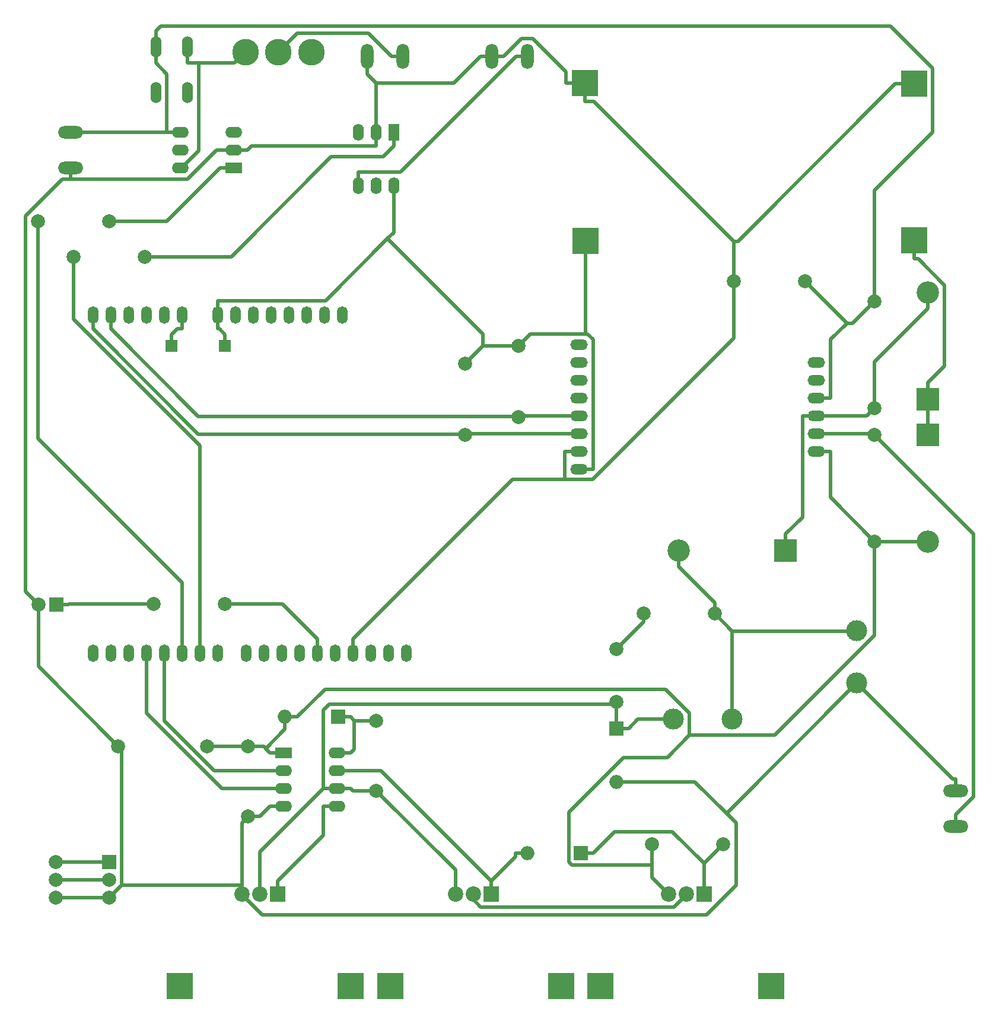
<source format=gbr>
G04 #@! TF.GenerationSoftware,KiCad,Pcbnew,5.0.2-bee76a0~70~ubuntu18.04.1*
G04 #@! TF.CreationDate,2018-12-30T23:51:28-06:00*
G04 #@! TF.ProjectId,MPPT,4d505054-2e6b-4696-9361-645f70636258,rev?*
G04 #@! TF.SameCoordinates,Original*
G04 #@! TF.FileFunction,Copper,L2,Bot*
G04 #@! TF.FilePolarity,Positive*
%FSLAX46Y46*%
G04 Gerber Fmt 4.6, Leading zero omitted, Abs format (unit mm)*
G04 Created by KiCad (PCBNEW 5.0.2-bee76a0~70~ubuntu18.04.1) date Sun 30 Dec 2018 11:51:28 PM CST*
%MOMM*%
%LPD*%
G01*
G04 APERTURE LIST*
G04 #@! TA.AperFunction,ComponentPad*
%ADD10O,1.500000X2.500000*%
G04 #@! TD*
G04 #@! TA.AperFunction,ComponentPad*
%ADD11C,3.000000*%
G04 #@! TD*
G04 #@! TA.AperFunction,ComponentPad*
%ADD12R,3.200000X3.200000*%
G04 #@! TD*
G04 #@! TA.AperFunction,ComponentPad*
%ADD13O,3.200000X3.200000*%
G04 #@! TD*
G04 #@! TA.AperFunction,ComponentPad*
%ADD14R,3.816000X3.816000*%
G04 #@! TD*
G04 #@! TA.AperFunction,ComponentPad*
%ADD15C,2.000000*%
G04 #@! TD*
G04 #@! TA.AperFunction,ComponentPad*
%ADD16R,2.400000X1.600000*%
G04 #@! TD*
G04 #@! TA.AperFunction,ComponentPad*
%ADD17O,2.400000X1.600000*%
G04 #@! TD*
G04 #@! TA.AperFunction,ComponentPad*
%ADD18R,1.600000X2.400000*%
G04 #@! TD*
G04 #@! TA.AperFunction,ComponentPad*
%ADD19O,1.600000X2.400000*%
G04 #@! TD*
G04 #@! TA.AperFunction,ComponentPad*
%ADD20R,3.810000X3.810000*%
G04 #@! TD*
G04 #@! TA.AperFunction,ComponentPad*
%ADD21O,1.524000X3.048000*%
G04 #@! TD*
G04 #@! TA.AperFunction,ComponentPad*
%ADD22O,3.581400X1.790700*%
G04 #@! TD*
G04 #@! TA.AperFunction,ComponentPad*
%ADD23O,1.790700X3.581400*%
G04 #@! TD*
G04 #@! TA.AperFunction,ComponentPad*
%ADD24C,3.810000*%
G04 #@! TD*
G04 #@! TA.AperFunction,ComponentPad*
%ADD25R,1.700000X1.700000*%
G04 #@! TD*
G04 #@! TA.AperFunction,ComponentPad*
%ADD26O,2.500000X1.500000*%
G04 #@! TD*
G04 #@! TA.AperFunction,ComponentPad*
%ADD27O,2.000000X2.000000*%
G04 #@! TD*
G04 #@! TA.AperFunction,ComponentPad*
%ADD28R,2.000000X2.000000*%
G04 #@! TD*
G04 #@! TA.AperFunction,ComponentPad*
%ADD29R,2.200000X2.200000*%
G04 #@! TD*
G04 #@! TA.AperFunction,ComponentPad*
%ADD30C,2.200000*%
G04 #@! TD*
G04 #@! TA.AperFunction,Conductor*
%ADD31C,0.500000*%
G04 #@! TD*
G04 APERTURE END LIST*
D10*
G04 #@! TO.P,A1,32*
G04 #@! TO.N,Net-(A1-Pad32)*
X58905999Y-94672669D03*
G04 #@! TO.P,A1,31*
G04 #@! TO.N,Net-(A1-Pad31)*
X56365999Y-94672669D03*
G04 #@! TO.P,A1,1*
G04 #@! TO.N,Net-(A1-Pad1)*
X49765999Y-46412669D03*
G04 #@! TO.P,A1,17*
G04 #@! TO.N,Net-(A1-Pad17)*
X19285999Y-94672669D03*
G04 #@! TO.P,A1,2*
G04 #@! TO.N,Net-(A1-Pad2)*
X47225999Y-46412669D03*
G04 #@! TO.P,A1,18*
G04 #@! TO.N,Net-(A1-Pad18)*
X21825999Y-94672669D03*
G04 #@! TO.P,A1,3*
G04 #@! TO.N,Net-(A1-Pad3)*
X44685999Y-46412669D03*
G04 #@! TO.P,A1,19*
G04 #@! TO.N,Net-(A1-Pad19)*
X24365999Y-94672669D03*
G04 #@! TO.P,A1,4*
G04 #@! TO.N,Net-(A1-Pad4)*
X42145999Y-46412669D03*
G04 #@! TO.P,A1,20*
G04 #@! TO.N,Net-(A1-Pad20)*
X26905999Y-94672669D03*
G04 #@! TO.P,A1,5*
G04 #@! TO.N,Net-(A1-Pad5)*
X39605999Y-46412669D03*
G04 #@! TO.P,A1,21*
G04 #@! TO.N,Net-(A1-Pad21)*
X29445999Y-94672669D03*
G04 #@! TO.P,A1,6*
G04 #@! TO.N,Net-(A1-Pad6)*
X37065999Y-46412669D03*
G04 #@! TO.P,A1,22*
G04 #@! TO.N,Net-(A1-Pad22)*
X31985999Y-94672669D03*
G04 #@! TO.P,A1,7*
G04 #@! TO.N,Net-(A1-Pad7)*
X34525999Y-46412669D03*
G04 #@! TO.P,A1,23*
G04 #@! TO.N,Net-(A1-Pad23)*
X36045999Y-94672669D03*
G04 #@! TO.P,A1,8*
G04 #@! TO.N,+5V*
X31985999Y-46412669D03*
G04 #@! TO.P,A1,24*
G04 #@! TO.N,Net-(A1-Pad24)*
X38585999Y-94672669D03*
G04 #@! TO.P,A1,9*
G04 #@! TO.N,Net-(A1-Pad9)*
X26905999Y-46412669D03*
G04 #@! TO.P,A1,25*
G04 #@! TO.N,Net-(A1-Pad25)*
X41125999Y-94672669D03*
G04 #@! TO.P,A1,10*
G04 #@! TO.N,Net-(A1-Pad10)*
X24365999Y-46412669D03*
G04 #@! TO.P,A1,26*
G04 #@! TO.N,Net-(A1-Pad26)*
X43665999Y-94672669D03*
G04 #@! TO.P,A1,11*
G04 #@! TO.N,Net-(A1-Pad11)*
X21825999Y-46412669D03*
G04 #@! TO.P,A1,27*
G04 #@! TO.N,Net-(A1-Pad27)*
X46205999Y-94672669D03*
G04 #@! TO.P,A1,12*
G04 #@! TO.N,Net-(A1-Pad12)*
X19285999Y-46412669D03*
G04 #@! TO.P,A1,28*
G04 #@! TO.N,Net-(A1-Pad28)*
X48745999Y-94672669D03*
G04 #@! TO.P,A1,13*
G04 #@! TO.N,Net-(A1-Pad13)*
X16745999Y-46412669D03*
G04 #@! TO.P,A1,29*
G04 #@! TO.N,GND*
X51285999Y-94672669D03*
G04 #@! TO.P,A1,14*
G04 #@! TO.N,Net-(A1-Pad14)*
X14205999Y-46412669D03*
G04 #@! TO.P,A1,30*
G04 #@! TO.N,Net-(A1-Pad30)*
X53825999Y-94672669D03*
G04 #@! TO.P,A1,15*
G04 #@! TO.N,Net-(A1-Pad15)*
X14205999Y-94672669D03*
G04 #@! TO.P,A1,16*
G04 #@! TO.N,Net-(A1-Pad16)*
X16745999Y-94672669D03*
G04 #@! TD*
D11*
G04 #@! TO.P,C5,2*
G04 #@! TO.N,GND*
X123190000Y-98940000D03*
G04 #@! TO.P,C5,1*
G04 #@! TO.N,Net-(C5-Pad1)*
X123190000Y-91440000D03*
G04 #@! TD*
D12*
G04 #@! TO.P,D4,1*
G04 #@! TO.N,Net-(D4-Pad1)*
X113030000Y-80010000D03*
D13*
G04 #@! TO.P,D4,2*
G04 #@! TO.N,Net-(C5-Pad1)*
X97790000Y-80010000D03*
G04 #@! TD*
D14*
G04 #@! TO.P,HS1,P$1*
G04 #@! TO.N,N/C*
X56571000Y-142217000D03*
G04 #@! TO.P,HS1,P$2*
X80955000Y-142217000D03*
G04 #@! TD*
G04 #@! TO.P,HS2,P$2*
G04 #@! TO.N,N/C*
X50955000Y-142217000D03*
G04 #@! TO.P,HS2,P$1*
X26571000Y-142217000D03*
G04 #@! TD*
G04 #@! TO.P,HS3,P$2*
G04 #@! TO.N,N/C*
X110955000Y-142217000D03*
G04 #@! TO.P,HS3,P$1*
X86571000Y-142217000D03*
G04 #@! TD*
D15*
G04 #@! TO.P,R1,2*
G04 #@! TO.N,Net-(D2-Pad1)*
X104140000Y-121920000D03*
G04 #@! TO.P,R1,1*
G04 #@! TO.N,Net-(C1-Pad1)*
X93980000Y-121920000D03*
G04 #@! TD*
G04 #@! TO.P,R2,1*
G04 #@! TO.N,Net-(A1-Pad14)*
X67310000Y-63500000D03*
G04 #@! TO.P,R2,2*
G04 #@! TO.N,+5V*
X67310000Y-53340000D03*
G04 #@! TD*
G04 #@! TO.P,R3,2*
G04 #@! TO.N,+5V*
X74930000Y-50800000D03*
G04 #@! TO.P,R3,1*
G04 #@! TO.N,Net-(A1-Pad13)*
X74930000Y-60960000D03*
G04 #@! TD*
G04 #@! TO.P,R4,1*
G04 #@! TO.N,Net-(C5-Pad1)*
X102931000Y-89027000D03*
G04 #@! TO.P,R4,2*
G04 #@! TO.N,Net-(C4-Pad2)*
X92771000Y-89027000D03*
G04 #@! TD*
D16*
G04 #@! TO.P,U1,1*
G04 #@! TO.N,Net-(C1-Pad1)*
X41400400Y-108910000D03*
D17*
G04 #@! TO.P,U1,5*
G04 #@! TO.N,Net-(Q3-Pad1)*
X49020400Y-116530000D03*
G04 #@! TO.P,U1,2*
G04 #@! TO.N,Net-(A1-Pad19)*
X41400400Y-111450000D03*
G04 #@! TO.P,U1,6*
G04 #@! TO.N,Net-(C3-Pad1)*
X49020400Y-113990000D03*
G04 #@! TO.P,U1,3*
G04 #@! TO.N,Net-(A1-Pad18)*
X41400400Y-113990000D03*
G04 #@! TO.P,U1,7*
G04 #@! TO.N,Net-(D2-Pad2)*
X49020400Y-111450000D03*
G04 #@! TO.P,U1,4*
G04 #@! TO.N,GND*
X41400400Y-116530000D03*
G04 #@! TO.P,U1,8*
G04 #@! TO.N,Net-(C3-Pad2)*
X49020400Y-108910000D03*
G04 #@! TD*
D15*
G04 #@! TO.P,R6,1*
G04 #@! TO.N,Net-(C1-Pad1)*
X125730000Y-78740000D03*
G04 #@! TO.P,R6,2*
G04 #@! TO.N,Net-(R6-Pad2)*
X125730000Y-63500000D03*
G04 #@! TD*
G04 #@! TO.P,R7,2*
G04 #@! TO.N,Net-(IC1-Pad4)*
X125730000Y-44450000D03*
G04 #@! TO.P,R7,1*
G04 #@! TO.N,Net-(D4-Pad1)*
X125730000Y-59690000D03*
G04 #@! TD*
G04 #@! TO.P,R8,2*
G04 #@! TO.N,Net-(J4-Pad1)*
X22860000Y-87630000D03*
G04 #@! TO.P,R8,1*
G04 #@! TO.N,Net-(A1-Pad27)*
X33020000Y-87630000D03*
G04 #@! TD*
G04 #@! TO.P,R9,1*
G04 #@! TO.N,GND*
X105613000Y-41605200D03*
G04 #@! TO.P,R9,2*
G04 #@! TO.N,Net-(IC1-Pad4)*
X115773000Y-41605200D03*
G04 #@! TD*
G04 #@! TO.P,R10,2*
G04 #@! TO.N,Net-(IC2-Pad1)*
X21590000Y-38100000D03*
G04 #@! TO.P,R10,1*
G04 #@! TO.N,Net-(A1-Pad21)*
X11430000Y-38100000D03*
G04 #@! TD*
D17*
G04 #@! TO.P,IC1,6*
G04 #@! TO.N,Net-(IC1-Pad6)*
X26670000Y-25400000D03*
G04 #@! TO.P,IC1,3*
G04 #@! TO.N,Net-(IC1-Pad3)*
X34290000Y-20320000D03*
G04 #@! TO.P,IC1,5*
G04 #@! TO.N,Net-(IC1-Pad5)*
X26670000Y-22860000D03*
G04 #@! TO.P,IC1,2*
G04 #@! TO.N,GND*
X34290000Y-22860000D03*
G04 #@! TO.P,IC1,4*
G04 #@! TO.N,Net-(IC1-Pad4)*
X26670000Y-20320000D03*
D16*
G04 #@! TO.P,IC1,1*
G04 #@! TO.N,Net-(IC1-Pad1)*
X34290000Y-25400000D03*
G04 #@! TD*
D18*
G04 #@! TO.P,IC2,1*
G04 #@! TO.N,Net-(IC2-Pad1)*
X57150000Y-20320000D03*
D19*
G04 #@! TO.P,IC2,4*
G04 #@! TO.N,Net-(IC2-Pad4)*
X52070000Y-27940000D03*
G04 #@! TO.P,IC2,2*
G04 #@! TO.N,GND*
X54610000Y-20320000D03*
G04 #@! TO.P,IC2,5*
G04 #@! TO.N,Net-(IC2-Pad5)*
X54610000Y-27940000D03*
G04 #@! TO.P,IC2,3*
G04 #@! TO.N,Net-(IC2-Pad3)*
X52070000Y-20320000D03*
G04 #@! TO.P,IC2,6*
G04 #@! TO.N,+5V*
X57150000Y-27940000D03*
G04 #@! TD*
D15*
G04 #@! TO.P,R5,1*
G04 #@! TO.N,Net-(A1-Pad20)*
X6350000Y-33020000D03*
G04 #@! TO.P,R5,2*
G04 #@! TO.N,Net-(IC1-Pad1)*
X16510000Y-33020000D03*
G04 #@! TD*
D20*
G04 #@! TO.P,U2,GND_OUT*
G04 #@! TO.N,GND*
X84350000Y-13330000D03*
G04 #@! TO.P,U2,OUT*
G04 #@! TO.N,+5V*
X84450000Y-35830000D03*
G04 #@! TO.P,U2,IN*
G04 #@! TO.N,Net-(D6-Pad1)*
X131350000Y-35730000D03*
G04 #@! TO.P,U2,GND_IN*
G04 #@! TO.N,GND*
X131350000Y-13430000D03*
G04 #@! TD*
D21*
G04 #@! TO.P,S1,1*
G04 #@! TO.N,Net-(S1-Pad1)*
X23139400Y-14681200D03*
G04 #@! TO.P,S1,3*
G04 #@! TO.N,Net-(S1-Pad3)*
X27660600Y-14681200D03*
G04 #@! TO.P,S1,2*
G04 #@! TO.N,Net-(IC1-Pad4)*
X23139400Y-8178800D03*
G04 #@! TO.P,S1,4*
G04 #@! TO.N,Net-(IC1-Pad6)*
X27660600Y-8178800D03*
G04 #@! TD*
D22*
G04 #@! TO.P,U3,2*
G04 #@! TO.N,Net-(R6-Pad2)*
X137287000Y-119380000D03*
G04 #@! TO.P,U3,1*
G04 #@! TO.N,GND*
X137287000Y-114300000D03*
G04 #@! TD*
D12*
G04 #@! TO.P,D6,1*
G04 #@! TO.N,Net-(D6-Pad1)*
X133350000Y-58420000D03*
D13*
G04 #@! TO.P,D6,2*
G04 #@! TO.N,Net-(D4-Pad1)*
X133350000Y-43180000D03*
G04 #@! TD*
G04 #@! TO.P,D7,2*
G04 #@! TO.N,Net-(C1-Pad1)*
X133350000Y-78740000D03*
D12*
G04 #@! TO.P,D7,1*
G04 #@! TO.N,Net-(D6-Pad1)*
X133350000Y-63500000D03*
G04 #@! TD*
D23*
G04 #@! TO.P,U4,1*
G04 #@! TO.N,GND*
X53340000Y-9525000D03*
G04 #@! TO.P,U4,2*
G04 #@! TO.N,Net-(SW1-Pad2)*
X58420000Y-9525000D03*
G04 #@! TD*
D22*
G04 #@! TO.P,U5,2*
G04 #@! TO.N,Net-(IC1-Pad4)*
X10947400Y-20320000D03*
G04 #@! TO.P,U5,1*
G04 #@! TO.N,GND*
X10947400Y-25400000D03*
G04 #@! TD*
D23*
G04 #@! TO.P,U6,2*
G04 #@! TO.N,Net-(IC2-Pad4)*
X76200000Y-9525000D03*
G04 #@! TO.P,U6,1*
G04 #@! TO.N,GND*
X71120000Y-9525000D03*
G04 #@! TD*
D24*
G04 #@! TO.P,SW1,1*
G04 #@! TO.N,Net-(IC1-Pad6)*
X35941000Y-8890000D03*
G04 #@! TO.P,SW1,2*
G04 #@! TO.N,Net-(SW1-Pad2)*
X40640000Y-8890000D03*
G04 #@! TO.P,SW1,3*
G04 #@! TO.N,Net-(SW1-Pad3)*
X45339000Y-8890000D03*
G04 #@! TD*
D25*
G04 #@! TO.P,J1,1*
G04 #@! TO.N,Net-(A1-Pad9)*
X25400000Y-50800000D03*
G04 #@! TD*
G04 #@! TO.P,J2,1*
G04 #@! TO.N,+5V*
X33020000Y-50800000D03*
G04 #@! TD*
D26*
G04 #@! TO.P,X2,1*
G04 #@! TO.N,+5V*
X83529000Y-68406600D03*
G04 #@! TO.P,X2,2*
G04 #@! TO.N,GND*
X83529000Y-65866600D03*
G04 #@! TO.P,X2,3*
G04 #@! TO.N,Net-(A1-Pad14)*
X83529000Y-63326600D03*
G04 #@! TO.P,X2,4*
G04 #@! TO.N,Net-(A1-Pad13)*
X83529000Y-60786600D03*
G04 #@! TO.P,X2,5*
G04 #@! TO.N,Net-(X2-Pad5)*
X83529000Y-58246600D03*
G04 #@! TO.P,X2,6*
G04 #@! TO.N,Net-(X2-Pad6)*
X83529000Y-55706600D03*
G04 #@! TO.P,X2,7*
G04 #@! TO.N,Net-(X2-Pad7)*
X83529000Y-53166600D03*
G04 #@! TO.P,X2,8*
G04 #@! TO.N,Net-(X2-Pad8)*
X83529000Y-50626600D03*
G04 #@! TO.P,X2,9*
G04 #@! TO.N,Net-(C1-Pad1)*
X117429000Y-65866600D03*
G04 #@! TO.P,X2,10*
G04 #@! TO.N,Net-(R6-Pad2)*
X117429000Y-63326600D03*
G04 #@! TO.P,X2,11*
G04 #@! TO.N,Net-(D4-Pad1)*
X117429000Y-60786600D03*
G04 #@! TO.P,X2,12*
G04 #@! TO.N,Net-(IC1-Pad4)*
X117429000Y-58246600D03*
G04 #@! TO.P,X2,13*
G04 #@! TO.N,Net-(X2-Pad13)*
X117429000Y-55706600D03*
G04 #@! TO.P,X2,14*
G04 #@! TO.N,Net-(X2-Pad14)*
X117429000Y-53166600D03*
G04 #@! TD*
D27*
G04 #@! TO.P,D2,2*
G04 #@! TO.N,Net-(D2-Pad2)*
X76200000Y-123190000D03*
D28*
G04 #@! TO.P,D2,1*
G04 #@! TO.N,Net-(D2-Pad1)*
X83820000Y-123190000D03*
G04 #@! TD*
G04 #@! TO.P,D3,1*
G04 #@! TO.N,Net-(C3-Pad1)*
X88900000Y-105410000D03*
D27*
G04 #@! TO.P,D3,2*
G04 #@! TO.N,GND*
X88900000Y-113030000D03*
G04 #@! TD*
D11*
G04 #@! TO.P,L1,1*
G04 #@! TO.N,Net-(C5-Pad1)*
X105419000Y-104115000D03*
G04 #@! TO.P,L1,2*
G04 #@! TO.N,Net-(C3-Pad1)*
X97019000Y-104115000D03*
G04 #@! TD*
D15*
G04 #@! TO.P,C1,1*
G04 #@! TO.N,Net-(C1-Pad1)*
X30480000Y-107950000D03*
G04 #@! TO.P,C1,2*
G04 #@! TO.N,GND*
X17780000Y-107950000D03*
G04 #@! TD*
D28*
G04 #@! TO.P,D1,1*
G04 #@! TO.N,Net-(C3-Pad2)*
X49184200Y-103784000D03*
D27*
G04 #@! TO.P,D1,2*
G04 #@! TO.N,Net-(C1-Pad1)*
X41564200Y-103784000D03*
G04 #@! TD*
D28*
G04 #@! TO.P,J4,1*
G04 #@! TO.N,Net-(J4-Pad1)*
X8915400Y-87706200D03*
D15*
G04 #@! TO.P,J4,2*
G04 #@! TO.N,GND*
X6375400Y-87706200D03*
G04 #@! TD*
G04 #@! TO.P,C2,1*
G04 #@! TO.N,Net-(C1-Pad1)*
X36306400Y-108001000D03*
G04 #@! TO.P,C2,2*
G04 #@! TO.N,GND*
X36306400Y-118001000D03*
G04 #@! TD*
G04 #@! TO.P,C3,2*
G04 #@! TO.N,Net-(C3-Pad2)*
X54610000Y-104300000D03*
G04 #@! TO.P,C3,1*
G04 #@! TO.N,Net-(C3-Pad1)*
X54610000Y-114300000D03*
G04 #@! TD*
D28*
G04 #@! TO.P,J3,1*
G04 #@! TO.N,Net-(J3-Pad1)*
X16510000Y-124460000D03*
D15*
G04 #@! TO.P,J3,2*
G04 #@! TO.N,Net-(J3-Pad2)*
X16510000Y-127000000D03*
G04 #@! TO.P,J3,3*
G04 #@! TO.N,GND*
X16510000Y-129540000D03*
G04 #@! TD*
G04 #@! TO.P,RV1,1*
G04 #@! TO.N,Net-(J3-Pad1)*
X8890000Y-124460000D03*
G04 #@! TO.P,RV1,2*
G04 #@! TO.N,Net-(J3-Pad2)*
X8890000Y-127000000D03*
G04 #@! TO.P,RV1,3*
G04 #@! TO.N,GND*
X8890000Y-129540000D03*
G04 #@! TD*
D29*
G04 #@! TO.P,Q1,1*
G04 #@! TO.N,Net-(D2-Pad1)*
X101384000Y-129057000D03*
D30*
G04 #@! TO.P,Q1,2*
G04 #@! TO.N,Net-(Q1-Pad2)*
X98844000Y-129057000D03*
G04 #@! TO.P,Q1,3*
G04 #@! TO.N,Net-(C1-Pad1)*
X96304000Y-129057000D03*
G04 #@! TD*
G04 #@! TO.P,Q2,3*
G04 #@! TO.N,Net-(C3-Pad1)*
X65913000Y-129057000D03*
G04 #@! TO.P,Q2,2*
G04 #@! TO.N,Net-(Q1-Pad2)*
X68453000Y-129057000D03*
D29*
G04 #@! TO.P,Q2,1*
G04 #@! TO.N,Net-(D2-Pad2)*
X70993000Y-129057000D03*
G04 #@! TD*
G04 #@! TO.P,Q3,1*
G04 #@! TO.N,Net-(Q3-Pad1)*
X40513000Y-129057000D03*
D30*
G04 #@! TO.P,Q3,2*
G04 #@! TO.N,Net-(C3-Pad1)*
X37973000Y-129057000D03*
G04 #@! TO.P,Q3,3*
G04 #@! TO.N,GND*
X35433000Y-129057000D03*
G04 #@! TD*
D15*
G04 #@! TO.P,C4,1*
G04 #@! TO.N,Net-(C3-Pad1)*
X88900000Y-101600000D03*
G04 #@! TO.P,C4,2*
G04 #@! TO.N,Net-(C4-Pad2)*
X88900000Y-94100000D03*
G04 #@! TD*
D31*
G04 #@! TO.N,Net-(C1-Pad1)*
X93980000Y-124940300D02*
X93980000Y-121920000D01*
X96304000Y-129057000D02*
X93980000Y-126733000D01*
X93980000Y-126733000D02*
X93980000Y-124940300D01*
X93980000Y-124940300D02*
X82495300Y-124940300D01*
X82495300Y-124940300D02*
X82069700Y-124514700D01*
X82069700Y-124514700D02*
X82069700Y-117354500D01*
X82069700Y-117354500D02*
X89873000Y-109551200D01*
X89873000Y-109551200D02*
X96121100Y-109551200D01*
X96121100Y-109551200D02*
X99307100Y-106365200D01*
X99307100Y-106365200D02*
X99326800Y-106384900D01*
X99326800Y-106384900D02*
X111476200Y-106384900D01*
X111476200Y-106384900D02*
X125730000Y-92131100D01*
X125730000Y-92131100D02*
X125730000Y-78740000D01*
X43314500Y-103784000D02*
X47286300Y-99812200D01*
X47286300Y-99812200D02*
X95899000Y-99812200D01*
X95899000Y-99812200D02*
X99307100Y-103220300D01*
X99307100Y-103220300D02*
X99307100Y-106365200D01*
X41564200Y-103784000D02*
X43314500Y-103784000D01*
X125730000Y-78740000D02*
X130999700Y-78740000D01*
X41564200Y-103784000D02*
X41564200Y-105534300D01*
X133350000Y-78740000D02*
X130999700Y-78740000D01*
X38819300Y-108279200D02*
X39450100Y-108910000D01*
X36306400Y-108001000D02*
X38541100Y-108001000D01*
X38541100Y-108001000D02*
X38819300Y-108279200D01*
X38819300Y-108279200D02*
X41564200Y-105534300D01*
X117429000Y-65866600D02*
X119429300Y-65866600D01*
X119429300Y-65866600D02*
X119429300Y-72439300D01*
X119429300Y-72439300D02*
X125730000Y-78740000D01*
X41400400Y-108910000D02*
X39450100Y-108910000D01*
X30480000Y-107950000D02*
X30531000Y-108001000D01*
X30531000Y-108001000D02*
X36306400Y-108001000D01*
G04 #@! TO.N,GND*
X36306400Y-118001000D02*
X37979100Y-118001000D01*
X37979100Y-118001000D02*
X39450100Y-116530000D01*
X35433000Y-127789600D02*
X35433000Y-118874400D01*
X35433000Y-118874400D02*
X36306400Y-118001000D01*
X41400400Y-116530000D02*
X39450100Y-116530000D01*
X81528700Y-69908100D02*
X74050300Y-69908100D01*
X74050300Y-69908100D02*
X51286000Y-92672400D01*
X105613000Y-41605200D02*
X105613000Y-49751500D01*
X105613000Y-49751500D02*
X85456400Y-69908100D01*
X85456400Y-69908100D02*
X81528700Y-69908100D01*
X81528700Y-69908100D02*
X81528700Y-65866600D01*
X51286000Y-94672700D02*
X51286000Y-92672400D01*
X105613000Y-35920600D02*
X105613000Y-41605200D01*
X83529000Y-65866600D02*
X81528700Y-65866600D01*
X54610000Y-13336100D02*
X53340000Y-12066100D01*
X54610000Y-20320000D02*
X54610000Y-13336100D01*
X54610000Y-13336100D02*
X65663200Y-13336100D01*
X65663200Y-13336100D02*
X69474300Y-9525000D01*
X71120000Y-9525000D02*
X69474300Y-9525000D01*
X84350000Y-13330000D02*
X81694700Y-13330000D01*
X71120000Y-9525000D02*
X72765700Y-9525000D01*
X72765700Y-9525000D02*
X75356800Y-6933900D01*
X75356800Y-6933900D02*
X76898800Y-6933900D01*
X76898800Y-6933900D02*
X81694700Y-11729800D01*
X81694700Y-11729800D02*
X81694700Y-13330000D01*
X53340000Y-9525000D02*
X53340000Y-12066100D01*
X54610000Y-20647400D02*
X54610000Y-20320000D01*
X54610000Y-20647400D02*
X54610000Y-22270300D01*
X17780000Y-107950000D02*
X6375400Y-96545400D01*
X6375400Y-96545400D02*
X6375400Y-87706200D01*
X17780000Y-107950000D02*
X18260400Y-108430400D01*
X18260400Y-108430400D02*
X18260400Y-127789600D01*
X16510000Y-129540000D02*
X8890000Y-129540000D01*
X18260400Y-127789600D02*
X16510000Y-129540000D01*
X84350000Y-13330000D02*
X84350000Y-15985300D01*
X84350000Y-15985300D02*
X85677700Y-15985300D01*
X85677700Y-15985300D02*
X105613000Y-35920600D01*
X104576900Y-117553100D02*
X123190000Y-98940000D01*
X88900000Y-113030000D02*
X100053800Y-113030000D01*
X100053800Y-113030000D02*
X104576900Y-117553100D01*
X35433000Y-129057000D02*
X35433000Y-129133900D01*
X35433000Y-129133900D02*
X38283600Y-131984500D01*
X38283600Y-131984500D02*
X101754100Y-131984500D01*
X101754100Y-131984500D02*
X105930600Y-127808000D01*
X105930600Y-127808000D02*
X105930600Y-118906800D01*
X105930600Y-118906800D02*
X104576900Y-117553100D01*
X35433000Y-127789600D02*
X35433000Y-129057000D01*
X131350000Y-13430000D02*
X128694700Y-13430000D01*
X128694700Y-13430000D02*
X106204100Y-35920600D01*
X106204100Y-35920600D02*
X105613000Y-35920600D01*
X18260400Y-127789600D02*
X35433000Y-127789600D01*
X6375400Y-87706200D02*
X4547200Y-85878000D01*
X4547200Y-85878000D02*
X4547200Y-32296600D01*
X4547200Y-32296600D02*
X9798100Y-27045700D01*
X9798100Y-27045700D02*
X10947400Y-27045700D01*
X34290000Y-22860000D02*
X36240300Y-22860000D01*
X54610000Y-22270300D02*
X36830000Y-22270300D01*
X36830000Y-22270300D02*
X36240300Y-22860000D01*
X10947400Y-27045700D02*
X27616900Y-27045700D01*
X27616900Y-27045700D02*
X31802600Y-22860000D01*
X31802600Y-22860000D02*
X34290000Y-22860000D01*
X137287000Y-112654300D02*
X136904300Y-112654300D01*
X136904300Y-112654300D02*
X123190000Y-98940000D01*
X137287000Y-114300000D02*
X137287000Y-112654300D01*
X10947400Y-25400000D02*
X10947400Y-27045700D01*
G04 #@! TO.N,Net-(C3-Pad1)*
X88900000Y-102008100D02*
X88900000Y-101600000D01*
X88900000Y-105410000D02*
X88900000Y-102008100D01*
X88900000Y-102008100D02*
X47899000Y-102008100D01*
X47899000Y-102008100D02*
X47070100Y-102837000D01*
X47070100Y-102837000D02*
X47070100Y-113990000D01*
X49020400Y-113990000D02*
X47070100Y-113990000D01*
X47070100Y-113990000D02*
X37973000Y-123087100D01*
X37973000Y-123087100D02*
X37973000Y-129057000D01*
X49347900Y-113990000D02*
X49020400Y-113990000D01*
X49347900Y-113990000D02*
X50970700Y-113990000D01*
X54610000Y-114300000D02*
X65913000Y-125603000D01*
X65913000Y-125603000D02*
X65913000Y-129057000D01*
X88900000Y-105410000D02*
X90650300Y-105410000D01*
X97019000Y-104115000D02*
X91945300Y-104115000D01*
X91945300Y-104115000D02*
X90650300Y-105410000D01*
X54610000Y-114300000D02*
X51280700Y-114300000D01*
X51280700Y-114300000D02*
X50970700Y-113990000D01*
G04 #@! TO.N,Net-(C3-Pad2)*
X51450500Y-104300000D02*
X50934500Y-103784000D01*
X54610000Y-104300000D02*
X51450500Y-104300000D01*
X51450500Y-104300000D02*
X51450500Y-108430200D01*
X51450500Y-108430200D02*
X50970700Y-108910000D01*
X49020400Y-108910000D02*
X50970700Y-108910000D01*
X49184200Y-103784000D02*
X50934500Y-103784000D01*
G04 #@! TO.N,Net-(C4-Pad2)*
X88900000Y-94100000D02*
X92771000Y-90229000D01*
X92771000Y-90229000D02*
X92771000Y-89027000D01*
G04 #@! TO.N,Net-(C5-Pad1)*
X102931000Y-89027000D02*
X102931000Y-87501300D01*
X102931000Y-87501300D02*
X97790000Y-82360300D01*
X105419000Y-91515000D02*
X102931000Y-89027000D01*
X97790000Y-80010000D02*
X97790000Y-82360300D01*
X105419000Y-104115000D02*
X105419000Y-91515000D01*
X105419000Y-91515000D02*
X123115000Y-91515000D01*
X123115000Y-91515000D02*
X123190000Y-91440000D01*
G04 #@! TO.N,Net-(D2-Pad2)*
X70993000Y-127206700D02*
X55236300Y-111450000D01*
X55236300Y-111450000D02*
X49020400Y-111450000D01*
X70993000Y-127206700D02*
X74449700Y-123750000D01*
X74449700Y-123750000D02*
X74449700Y-123190000D01*
X76200000Y-123190000D02*
X74449700Y-123190000D01*
X70993000Y-129057000D02*
X70993000Y-127206700D01*
G04 #@! TO.N,Net-(D2-Pad1)*
X101384000Y-124676000D02*
X101384000Y-127206700D01*
X104140000Y-121920000D02*
X101384000Y-124676000D01*
X101384000Y-124676000D02*
X96851200Y-120143200D01*
X96851200Y-120143200D02*
X88617100Y-120143200D01*
X88617100Y-120143200D02*
X85570300Y-123190000D01*
X83820000Y-123190000D02*
X85570300Y-123190000D01*
X101384000Y-129057000D02*
X101384000Y-127206700D01*
G04 #@! TO.N,Net-(D4-Pad1)*
X113030000Y-80010000D02*
X113030000Y-77659700D01*
X117429000Y-60786600D02*
X115428700Y-60786600D01*
X115428700Y-60786600D02*
X115428700Y-75261000D01*
X115428700Y-75261000D02*
X113030000Y-77659700D01*
X125730000Y-59690000D02*
X124633400Y-60786600D01*
X124633400Y-60786600D02*
X117429000Y-60786600D01*
X125730000Y-59690000D02*
X125730000Y-53150300D01*
X125730000Y-53150300D02*
X133350000Y-45530300D01*
X133350000Y-43180000D02*
X133350000Y-45530300D01*
G04 #@! TO.N,+5V*
X83529000Y-68406600D02*
X85529300Y-68406600D01*
X85529300Y-68406600D02*
X85529300Y-49936200D01*
X85529300Y-49936200D02*
X84719300Y-49126200D01*
X84719300Y-49126200D02*
X84450000Y-49126200D01*
X74930000Y-50800000D02*
X76603800Y-49126200D01*
X76603800Y-49126200D02*
X84450000Y-49126200D01*
X74930000Y-50800000D02*
X69850000Y-50800000D01*
X84450000Y-49126200D02*
X84450000Y-38485300D01*
X84450000Y-35830000D02*
X84450000Y-38485300D01*
X56227300Y-35548900D02*
X47363800Y-44412400D01*
X47363800Y-44412400D02*
X31986000Y-44412400D01*
X57150000Y-29890300D02*
X57150000Y-34626200D01*
X57150000Y-34626200D02*
X56227300Y-35548900D01*
X56227300Y-35548900D02*
X69850000Y-49171700D01*
X69850000Y-49171700D02*
X69850000Y-50800000D01*
X69850000Y-50800000D02*
X67310000Y-53340000D01*
X31986000Y-46412700D02*
X31986000Y-44412400D01*
X31986000Y-46412700D02*
X31986000Y-48413000D01*
X33020000Y-50800000D02*
X33020000Y-49199700D01*
X31986000Y-48413000D02*
X32233300Y-48413000D01*
X32233300Y-48413000D02*
X33020000Y-49199700D01*
X57150000Y-27940000D02*
X57150000Y-29890300D01*
G04 #@! TO.N,Net-(Q1-Pad2)*
X68453000Y-129057000D02*
X68453000Y-129849800D01*
X68453000Y-129849800D02*
X69516400Y-130913200D01*
X69516400Y-130913200D02*
X97065100Y-130913200D01*
X97065100Y-130913200D02*
X98844000Y-129134300D01*
X98844000Y-129134300D02*
X98844000Y-129057000D01*
G04 #@! TO.N,Net-(Q3-Pad1)*
X49020400Y-116530000D02*
X47070100Y-116530000D01*
X40513000Y-129057000D02*
X40513000Y-127206700D01*
X40513000Y-127206700D02*
X47070100Y-120649600D01*
X47070100Y-120649600D02*
X47070100Y-116530000D01*
G04 #@! TO.N,Net-(R6-Pad2)*
X137287000Y-119380000D02*
X137287000Y-117734300D01*
X125730000Y-63500000D02*
X139862600Y-77632600D01*
X139862600Y-77632600D02*
X139862600Y-115158700D01*
X139862600Y-115158700D02*
X137287000Y-117734300D01*
X117429000Y-63326600D02*
X125556600Y-63326600D01*
X125556600Y-63326600D02*
X125730000Y-63500000D01*
G04 #@! TO.N,Net-(IC1-Pad4)*
X121768100Y-47600300D02*
X115773000Y-41605200D01*
X125730000Y-44450000D02*
X122579700Y-47600300D01*
X122579700Y-47600300D02*
X121768100Y-47600300D01*
X119429300Y-58246600D02*
X119429300Y-49939100D01*
X119429300Y-49939100D02*
X121768100Y-47600300D01*
X117429000Y-58246600D02*
X119429300Y-58246600D01*
X125730000Y-44450000D02*
X125730000Y-28608100D01*
X125730000Y-28608100D02*
X134005400Y-20332700D01*
X134005400Y-20332700D02*
X134005400Y-11214200D01*
X134005400Y-11214200D02*
X127976100Y-5184900D01*
X127976100Y-5184900D02*
X23859000Y-5184900D01*
X23859000Y-5184900D02*
X23139400Y-5904500D01*
X23139400Y-8178800D02*
X23139400Y-5904500D01*
X23139400Y-9315900D02*
X23139400Y-8178800D01*
X23139400Y-9315900D02*
X23139400Y-10453100D01*
X24719700Y-20320000D02*
X10947400Y-20320000D01*
X26670000Y-20320000D02*
X24719700Y-20320000D01*
X23139400Y-10453100D02*
X24719700Y-12033400D01*
X24719700Y-12033400D02*
X24719700Y-20320000D01*
G04 #@! TO.N,Net-(IC2-Pad1)*
X57150000Y-20320000D02*
X57150000Y-22270300D01*
X57150000Y-22270300D02*
X55559900Y-23860400D01*
X55559900Y-23860400D02*
X48120700Y-23860400D01*
X48120700Y-23860400D02*
X33881100Y-38100000D01*
X33881100Y-38100000D02*
X21590000Y-38100000D01*
G04 #@! TO.N,Net-(D6-Pad1)*
X131350000Y-35730000D02*
X131350000Y-38385300D01*
X133350000Y-58420000D02*
X133350000Y-56069700D01*
X133350000Y-56069700D02*
X135716400Y-53703300D01*
X135716400Y-53703300D02*
X135716400Y-42170900D01*
X135716400Y-42170900D02*
X131930800Y-38385300D01*
X131930800Y-38385300D02*
X131350000Y-38385300D01*
X133350000Y-63500000D02*
X133350000Y-58420000D01*
G04 #@! TO.N,Net-(IC1-Pad1)*
X34290000Y-25400000D02*
X32339700Y-25400000D01*
X32339700Y-25400000D02*
X24719700Y-33020000D01*
X24719700Y-33020000D02*
X16510000Y-33020000D01*
G04 #@! TO.N,Net-(IC1-Pad6)*
X29230600Y-10453100D02*
X27660600Y-10453100D01*
X35941000Y-8890000D02*
X34377900Y-10453100D01*
X34377900Y-10453100D02*
X29230600Y-10453100D01*
X29230600Y-10453100D02*
X29230600Y-22978800D01*
X29230600Y-22978800D02*
X26809400Y-25400000D01*
X26809400Y-25400000D02*
X26670000Y-25400000D01*
X27660600Y-8178800D02*
X27660600Y-10453100D01*
G04 #@! TO.N,Net-(IC2-Pad4)*
X52070000Y-27940000D02*
X52070000Y-25989700D01*
X76200000Y-9525000D02*
X74554300Y-9525000D01*
X74554300Y-9525000D02*
X58089600Y-25989700D01*
X58089600Y-25989700D02*
X52070000Y-25989700D01*
G04 #@! TO.N,Net-(SW1-Pad2)*
X58420000Y-9525000D02*
X56774300Y-9525000D01*
X40640000Y-8890000D02*
X43299200Y-6230800D01*
X43299200Y-6230800D02*
X53480100Y-6230800D01*
X53480100Y-6230800D02*
X56774300Y-9525000D01*
G04 #@! TO.N,Net-(A1-Pad18)*
X21826000Y-94672700D02*
X21826000Y-103245800D01*
X21826000Y-103245800D02*
X32570200Y-113990000D01*
X32570200Y-113990000D02*
X41400400Y-113990000D01*
G04 #@! TO.N,Net-(A1-Pad19)*
X41400400Y-111450000D02*
X39450100Y-111450000D01*
X39450100Y-111450000D02*
X31444900Y-111450000D01*
X31444900Y-111450000D02*
X24366000Y-104371100D01*
X24366000Y-104371100D02*
X24366000Y-94672700D01*
G04 #@! TO.N,Net-(A1-Pad20)*
X6350000Y-33020000D02*
X6350000Y-64072600D01*
X6350000Y-64072600D02*
X26906000Y-84628600D01*
X26906000Y-84628600D02*
X26906000Y-94672700D01*
G04 #@! TO.N,Net-(A1-Pad21)*
X11430000Y-38100000D02*
X11430000Y-47051700D01*
X11430000Y-47051700D02*
X29446000Y-65067700D01*
X29446000Y-65067700D02*
X29446000Y-94672700D01*
G04 #@! TO.N,Net-(A1-Pad9)*
X26906000Y-46412700D02*
X26906000Y-48413000D01*
X25400000Y-50800000D02*
X25400000Y-49199700D01*
X25400000Y-49199700D02*
X26186700Y-48413000D01*
X26186700Y-48413000D02*
X26906000Y-48413000D01*
G04 #@! TO.N,Net-(A1-Pad27)*
X46206000Y-94672700D02*
X46206000Y-92672400D01*
X33020000Y-87630000D02*
X41163600Y-87630000D01*
X41163600Y-87630000D02*
X46206000Y-92672400D01*
G04 #@! TO.N,Net-(A1-Pad13)*
X74930000Y-60873300D02*
X29206300Y-60873300D01*
X29206300Y-60873300D02*
X16746000Y-48413000D01*
X83529000Y-60786600D02*
X75016700Y-60786600D01*
X75016700Y-60786600D02*
X74930000Y-60873300D01*
X74930000Y-60873300D02*
X74930000Y-60960000D01*
X16746000Y-46412700D02*
X16746000Y-48413000D01*
G04 #@! TO.N,Net-(A1-Pad14)*
X67310000Y-63413300D02*
X29206300Y-63413300D01*
X29206300Y-63413300D02*
X14206000Y-48413000D01*
X83529000Y-63326600D02*
X67396700Y-63326600D01*
X67396700Y-63326600D02*
X67310000Y-63413300D01*
X67310000Y-63413300D02*
X67310000Y-63500000D01*
X14206000Y-46412700D02*
X14206000Y-48413000D01*
G04 #@! TO.N,Net-(J3-Pad1)*
X8890000Y-124460000D02*
X16510000Y-124460000D01*
G04 #@! TO.N,Net-(J3-Pad2)*
X8890000Y-127000000D02*
X16510000Y-127000000D01*
G04 #@! TO.N,Net-(J4-Pad1)*
X8915400Y-87706200D02*
X10665700Y-87706200D01*
X10665700Y-87706200D02*
X10741900Y-87630000D01*
X10741900Y-87630000D02*
X22860000Y-87630000D01*
G04 #@! TD*
M02*

</source>
